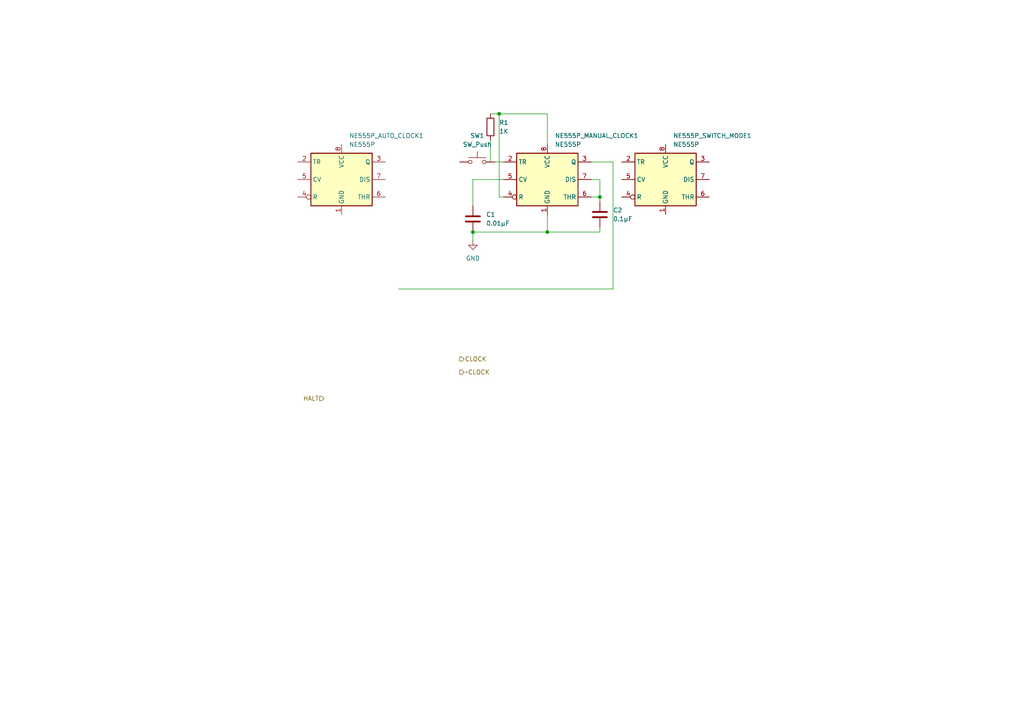
<source format=kicad_sch>
(kicad_sch (version 20231120) (generator "eeschema") (generator_version "8.0")
  (paper "A4")
  (lib_symbols
    (symbol "Device:C" (pin_numbers hide) (pin_names (offset 0.254))
      (property "Reference" "C" (at 0.635 2.54 0))
      (property "Value" "C" (at 0.635 -2.54 0))
      (symbol "C_0_1"
        (polyline (pts (xy -2.032 -0.762) (xy 2.032 -0.762)) (stroke (width 0.508)))
        (polyline (pts (xy -2.032 0.762) (xy 2.032 0.762)) (stroke (width 0.508)))
      )
      (symbol "C_1_1"
        (pin passive line (at 0 3.81 270) (length 2.794) (name "~") (number "1"))
        (pin passive line (at 0 -3.81 90) (length 2.794) (name "~") (number "2"))
      )
    )
    (symbol "Device:R" (pin_numbers hide) (pin_names (offset 0))
      (property "Reference" "R" (at 2.032 0 90))
      (property "Value" "R" (at 0 0 90))
      (symbol "R_0_1"
        (rectangle (start -1.016 -2.54) (end 1.016 2.54) (stroke (width 0.254)))
      )
      (symbol "R_1_1"
        (pin passive line (at 0 3.81 270) (length 1.27) (name "~") (number "1"))
        (pin passive line (at 0 -3.81 90) (length 1.27) (name "~") (number "2"))
      )
    )
    (symbol "Switch:SW_Push" (pin_numbers hide) (pin_names (offset 1.016) hide)
      (property "Reference" "SW" (at 1.27 2.54 0))
      (property "Value" "SW_Push" (at 0 -1.524 0))
      (symbol "SW_Push_0_1"
        (circle (center -2.032 0) (radius 0.508))
        (polyline (pts (xy 0 1.27) (xy 0 3.048)))
        (polyline (pts (xy 2.54 1.27) (xy -2.54 1.27)))
        (circle (center 2.032 0) (radius 0.508))
        (pin passive line (at -5.08 0 0) (length 2.54) (name "1") (number "1"))
        (pin passive line (at 5.08 0 180) (length 2.54) (name "2") (number "2"))
      )
    )
    (symbol "Timer:NE555P"
      (property "Reference" "U" (at -10.16 8.89 0))
      (property "Value" "NE555P" (at 2.54 8.89 0))
      (symbol "NE555P_0_0"
        (pin power_in line (at 0 -10.16 90) (length 2.54) (name "GND") (number "1"))
        (pin power_in line (at 0 10.16 270) (length 2.54) (name "VCC") (number "8"))
      )
      (symbol "NE555P_0_1"
        (rectangle (start -8.89 -7.62) (end 8.89 7.62) (stroke (width 0.254)) (fill (type background)))
        (rectangle (start -8.89 -7.62) (end 8.89 7.62) (stroke (width 0.254)) (fill (type background)))
      )
      (symbol "NE555P_1_1"
        (pin input line (at -12.7 5.08 0) (length 3.81) (name "TR") (number "2"))
        (pin output line (at 12.7 5.08 180) (length 3.81) (name "Q") (number "3"))
        (pin input inverted (at -12.7 -5.08 0) (length 3.81) (name "R") (number "4"))
        (pin input line (at -12.7 0 0) (length 3.81) (name "CV") (number "5"))
        (pin input line (at 12.7 -5.08 180) (length 3.81) (name "THR") (number "6"))
        (pin input line (at 12.7 0 180) (length 3.81) (name "DIS") (number "7"))
      )
    )
    (symbol "power:GND" (power) (pin_numbers hide) (pin_names (offset 0) hide)
      (property "Value" "GND" (at 0 -3.81 0))
      (symbol "GND_0_1"
        (polyline (pts (xy 0 0) (xy 0 -1.27) (xy 1.27 -1.27) (xy 0 -2.54) (xy -1.27 -1.27) (xy 0 -1.27)))
      )
      (symbol "GND_1_1"
        (pin power_in line (at 0 0 270) (length 0) (name "~") (number "1"))
      )
    )
  )
  (junction (at 137.16 67.31))
  (junction (at 173.99 57.15))
  (junction (at 158.75 67.31))
  (junction (at 144.78 33.02))
  (wire (pts (xy 173.99 57.15) (xy 173.99 58.42)))
  (wire (pts (xy 158.75 33.02) (xy 158.75 41.91)))
  (wire (pts (xy 144.78 33.02) (xy 144.78 57.15)))
  (wire (pts (xy 137.16 52.07) (xy 137.16 59.69)))
  (wire (pts (xy 137.16 67.31) (xy 137.16 69.85)))
  (wire (pts (xy 142.24 33.02) (xy 144.78 33.02)))
  (wire (pts (xy 177.8 46.99) (xy 177.8 83.82)))
  (wire (pts (xy 173.99 66.04) (xy 173.99 67.31)))
  (wire (pts (xy 171.45 52.07) (xy 173.99 52.07)))
  (wire (pts (xy 115.57 83.82) (xy 177.8 83.82)))
  (wire (pts (xy 173.99 52.07) (xy 173.99 57.15)))
  (wire (pts (xy 146.05 52.07) (xy 137.16 52.07)))
  (wire (pts (xy 158.75 67.31) (xy 137.16 67.31)))
  (wire (pts (xy 171.45 57.15) (xy 173.99 57.15)))
  (wire (pts (xy 144.78 33.02) (xy 158.75 33.02)))
  (wire (pts (xy 142.24 40.64) (xy 142.24 46.99)))
  (wire (pts (xy 173.99 67.31) (xy 158.75 67.31)))
  (wire (pts (xy 146.05 57.15) (xy 144.78 57.15)))
  (wire (pts (xy 171.45 46.99) (xy 177.8 46.99)))
  (wire (pts (xy 158.75 62.23) (xy 158.75 67.31)))
  (wire (pts (xy 143.51 46.99) (xy 146.05 46.99)))
  (hierarchical_label "HALT" (shape input) (at 93.98 115.57 180))
  (hierarchical_label "~CLOCK" (shape output) (at 133.35 107.95 0))
  (hierarchical_label "CLOCK" (shape output) (at 133.35 104.14 0))
  (symbol (lib_id "Timer:NE555P") (at 99.06 52.07 0) (unit 1)
    (property "Reference" "NE555P_AUTO_CLOCK1" (at 101.2541 39.37 0) (effects (justify left)))
    (property "Value" "NE555P" (at 101.2541 41.91 0) (effects (justify left)))
    (property "Footprint" "Package_DIP:DIP-8_W7.62mm" (effects (hide yes)))
    (property "Datasheet" "http://www.ti.com/lit/ds/symlink/ne555.pdf" (effects (hide yes)))
    (property "Description" "Precision Timers, 555 compatible,  PDIP-8" (effects (hide yes)))
  )
  (symbol (lib_id "Timer:NE555P") (at 158.75 52.07 0) (unit 1)
    (property "Reference" "NE555P_MANUAL_CLOCK1" (at 160.9441 39.37 0) (effects (justify left)))
    (property "Value" "NE555P" (at 160.9441 41.91 0) (effects (justify left)))
    (property "Footprint" "Package_DIP:DIP-8_W7.62mm" (effects (hide yes)))
    (property "Datasheet" "http://www.ti.com/lit/ds/symlink/ne555.pdf" (effects (hide yes)))
    (property "Description" "Precision Timers, 555 compatible,  PDIP-8" (effects (hide yes)))
  )
  (symbol (lib_id "Device:R") (at 142.24 36.83 0) (unit 1)
    (property "Reference" "R1" (at 144.78 35.5599 0) (effects (justify left)))
    (property "Value" "1K" (at 144.78 38.0999 0) (effects (justify left)))
    (property "Description" "Resistor" (effects (hide yes)))
  )
  (symbol (lib_id "Device:C") (at 173.99 62.23 0) (unit 1)
    (property "Reference" "C2" (at 177.8 60.9599 0) (effects (justify left)))
    (property "Value" "0.1µF" (at 177.8 63.4999 0) (effects (justify left)))
    (property "Description" "Unpolarized capacitor" (effects (hide yes)))
  )
  (symbol (lib_id "power:GND") (at 137.16 69.85 0) (unit 1)
    (property "Reference" "#PWR01" (effects (hide yes)))
    (property "Value" "GND" (at 137.16 74.93 0))
    (property "Description" "Power symbol creates a global label with name \"GND\" , ground" (effects (hide yes)))
  )
  (symbol (lib_id "Device:C") (at 137.16 63.5 0) (unit 1)
    (property "Reference" "C1" (at 140.97 62.2299 0) (effects (justify left)))
    (property "Value" "0.01µF" (at 140.97 64.7699 0) (effects (justify left)))
    (property "Description" "Unpolarized capacitor" (effects (hide yes)))
  )
  (symbol (lib_id "Timer:NE555P") (at 193.04 52.07 0) (unit 1)
    (property "Reference" "NE555P_SWITCH_MODE1" (at 195.2341 39.37 0) (effects (justify left)))
    (property "Value" "NE555P" (at 195.2341 41.91 0) (effects (justify left)))
    (property "Footprint" "Package_DIP:DIP-8_W7.62mm" (effects (hide yes)))
    (property "Datasheet" "http://www.ti.com/lit/ds/symlink/ne555.pdf" (effects (hide yes)))
    (property "Description" "Precision Timers, 555 compatible,  PDIP-8" (effects (hide yes)))
  )
  (symbol (lib_id "Switch:SW_Push") (at 138.43 46.99 0) (unit 1)
    (property "Reference" "SW1" (at 138.43 39.37 0))
    (property "Value" "SW_Push" (at 138.43 41.91 0))
    (property "Description" "Push button switch, generic, two pins" (effects (hide yes)))
  )
)
</source>
